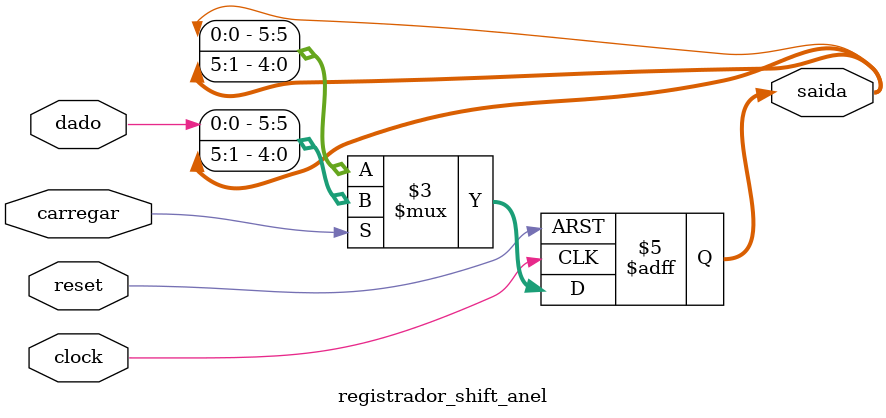
<source format=v>
/*
      Guia_1403.v  
      806937 - FELIPE PEREIRA DA SILVA
      ------------------------------------------------
      Compilar  => iverilog -o programa.vvp programa.v
      Executar  => vvp programa.vvp
*/

module registrador_shift_anel (
      
    input wire clock,
    input wire reset,
    input wire carregar,
    input wire dado,
    output reg [5:0] saida
);

  always @(posedge clock or posedge reset) begin
    if (reset) saida <= 6'b0;
    else if (carregar) saida <= {dado, saida[5:1]};
    else saida <= {saida[0], saida[5:1]};
  end

endmodule

</source>
